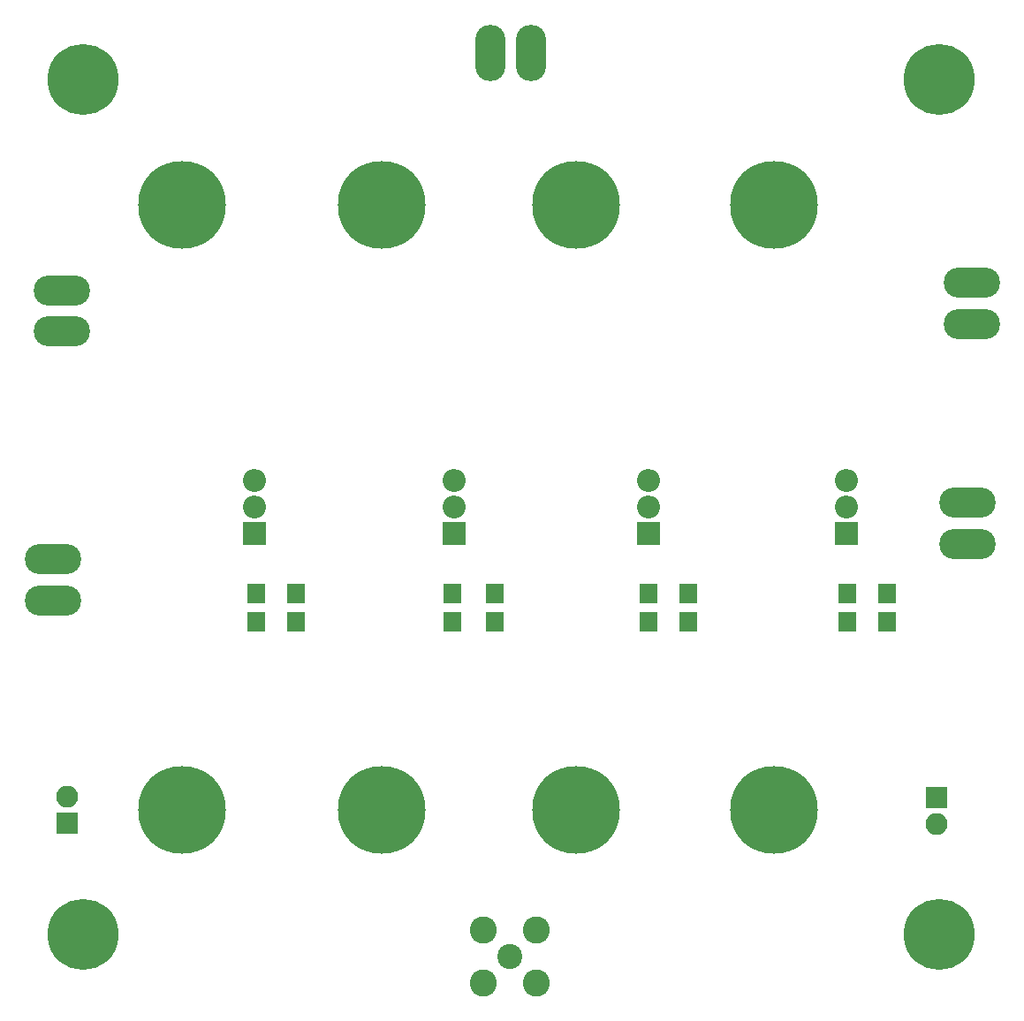
<source format=gbr>
G04 #@! TF.FileFunction,Soldermask,Bot*
%FSLAX46Y46*%
G04 Gerber Fmt 4.6, Leading zero omitted, Abs format (unit mm)*
G04 Created by KiCad (PCBNEW 4.0.2-stable) date 10/05/17 15:38:04*
%MOMM*%
G01*
G04 APERTURE LIST*
%ADD10C,0.100000*%
%ADD11C,6.800000*%
%ADD12C,1.200000*%
%ADD13R,2.100000X2.100000*%
%ADD14O,2.100000X2.100000*%
%ADD15O,5.401260X2.900000*%
%ADD16O,2.900000X5.401260*%
%ADD17C,2.600000*%
%ADD18C,2.400000*%
%ADD19R,2.200000X2.200000*%
%ADD20O,2.200000X2.200000*%
%ADD21C,8.400000*%
%ADD22R,1.700000X1.900000*%
G04 APERTURE END LIST*
D10*
D11*
X87500000Y-136500000D03*
D12*
X89900000Y-136500000D03*
X89197056Y-138197056D03*
X87500000Y-138900000D03*
X85802944Y-138197056D03*
X85100000Y-136500000D03*
X85802944Y-134802944D03*
X87500000Y-134100000D03*
X89197056Y-134802944D03*
D11*
X169600000Y-136500000D03*
D12*
X172000000Y-136500000D03*
X171297056Y-138197056D03*
X169600000Y-138900000D03*
X167902944Y-138197056D03*
X167200000Y-136500000D03*
X167902944Y-134802944D03*
X169600000Y-134100000D03*
X171297056Y-134802944D03*
D11*
X169600000Y-54500000D03*
D12*
X172000000Y-54500000D03*
X171297056Y-56197056D03*
X169600000Y-56900000D03*
X167902944Y-56197056D03*
X167200000Y-54500000D03*
X167902944Y-52802944D03*
X169600000Y-52100000D03*
X171297056Y-52802944D03*
D11*
X87500000Y-54500000D03*
D12*
X89900000Y-54500000D03*
X89197056Y-56197056D03*
X87500000Y-56900000D03*
X85802944Y-56197056D03*
X85100000Y-54500000D03*
X85802944Y-52802944D03*
X87500000Y-52100000D03*
X89197056Y-52802944D03*
D13*
X169350000Y-123350000D03*
D14*
X169350000Y-125890000D03*
D15*
X172300000Y-95068800D03*
X172300000Y-99031200D03*
D13*
X86000000Y-125800000D03*
D14*
X86000000Y-123260000D03*
D16*
X126518800Y-51950000D03*
X130481200Y-51950000D03*
D15*
X172700000Y-74018800D03*
X172700000Y-77981200D03*
X85450000Y-78681200D03*
X85450000Y-74718800D03*
D17*
X125860000Y-136060000D03*
X130940000Y-136060000D03*
X130940000Y-141140000D03*
X125860000Y-141140000D03*
D18*
X128400000Y-138600000D03*
D15*
X84600000Y-104481200D03*
X84600000Y-100518800D03*
D19*
X103966980Y-98024760D03*
D20*
X103966980Y-95484760D03*
X103966980Y-92944760D03*
D21*
X97000000Y-124500000D03*
X97000000Y-66500000D03*
D19*
X123116980Y-98024760D03*
D20*
X123116980Y-95484760D03*
X123116980Y-92944760D03*
D21*
X116150000Y-124500000D03*
X116150000Y-66500000D03*
D19*
X141716980Y-98024760D03*
D20*
X141716980Y-95484760D03*
X141716980Y-92944760D03*
D21*
X134750000Y-124500000D03*
X134750000Y-66500000D03*
D19*
X160666980Y-98024760D03*
D20*
X160666980Y-95484760D03*
X160666980Y-92944760D03*
D21*
X153700000Y-124500000D03*
X153700000Y-66500000D03*
D22*
X104140000Y-103806000D03*
X104140000Y-106506000D03*
X107950000Y-103806000D03*
X107950000Y-106506000D03*
X122936000Y-103806000D03*
X122936000Y-106506000D03*
X127000000Y-103806000D03*
X127000000Y-106506000D03*
X141732000Y-103806000D03*
X141732000Y-106506000D03*
X145542000Y-103806000D03*
X145542000Y-106506000D03*
X160782000Y-103806000D03*
X160782000Y-106506000D03*
X164592000Y-103806000D03*
X164592000Y-106506000D03*
M02*

</source>
